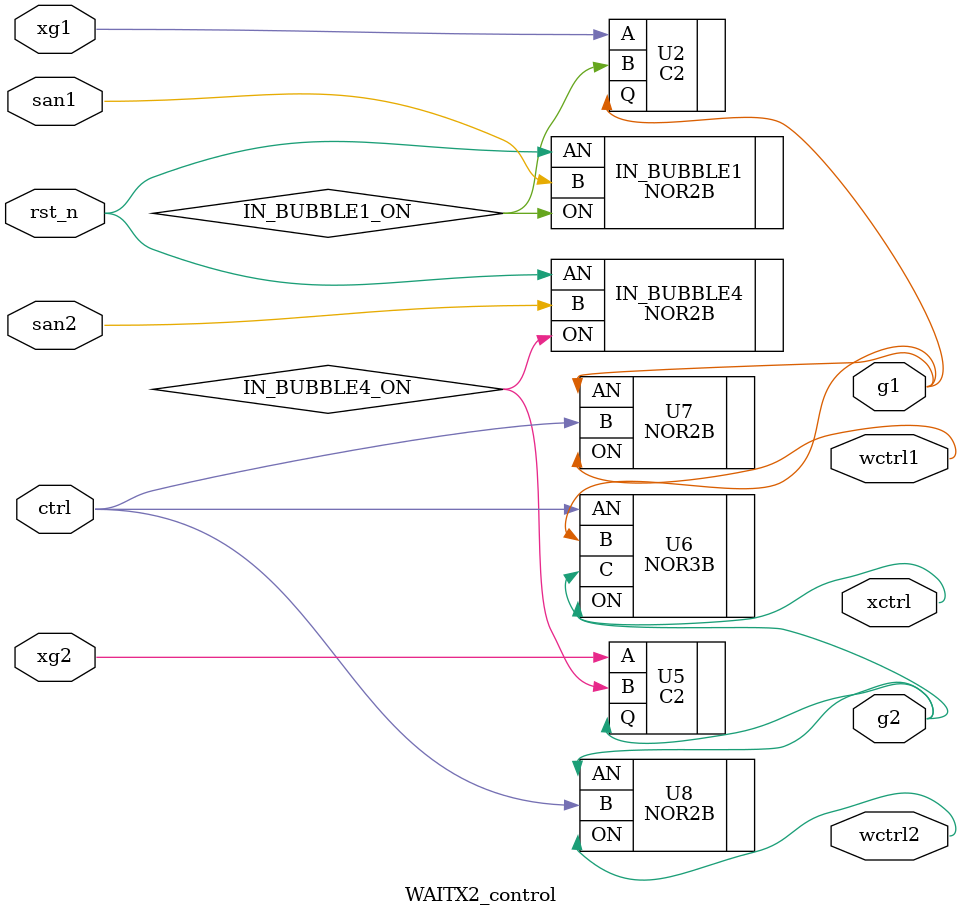
<source format=v>
module WAITX2_control (xg1, xg2, ctrl, san1, san2, rst_n, g1, g2, xctrl, wctrl1, wctrl2);
    input xg1, xg2, ctrl, san1, san2, rst_n;
    output g1, g2, xctrl, wctrl1, wctrl2;
    wire IN_BUBBLE1_ON, IN_BUBBLE4_ON;

    NOR2B IN_BUBBLE1 (.ON(IN_BUBBLE1_ON), .B(san1), .AN(rst_n));
    C2 U2 (.Q(g1), .A(xg1), .B(IN_BUBBLE1_ON));
    NOR2B IN_BUBBLE4 (.ON(IN_BUBBLE4_ON), .B(san2), .AN(rst_n));
    C2 U5 (.Q(g2), .A(xg2), .B(IN_BUBBLE4_ON));
    NOR3B U6 (.ON(xctrl), .AN(ctrl), .B(g1), .C(g2));
    NOR2B U7 (.ON(wctrl1), .AN(g1), .B(ctrl));
    NOR2B U8 (.ON(wctrl2), .AN(g2), .B(ctrl));

    // signal values at the initial state:
    // !IN_BUBBLE1_ON !IN_BUBBLE4_ON !ctrl !g1 !g2 !rst_n !san1 !san2 !wctrl1 !wctrl2 !xctrl !xg1 !xg2
endmodule

</source>
